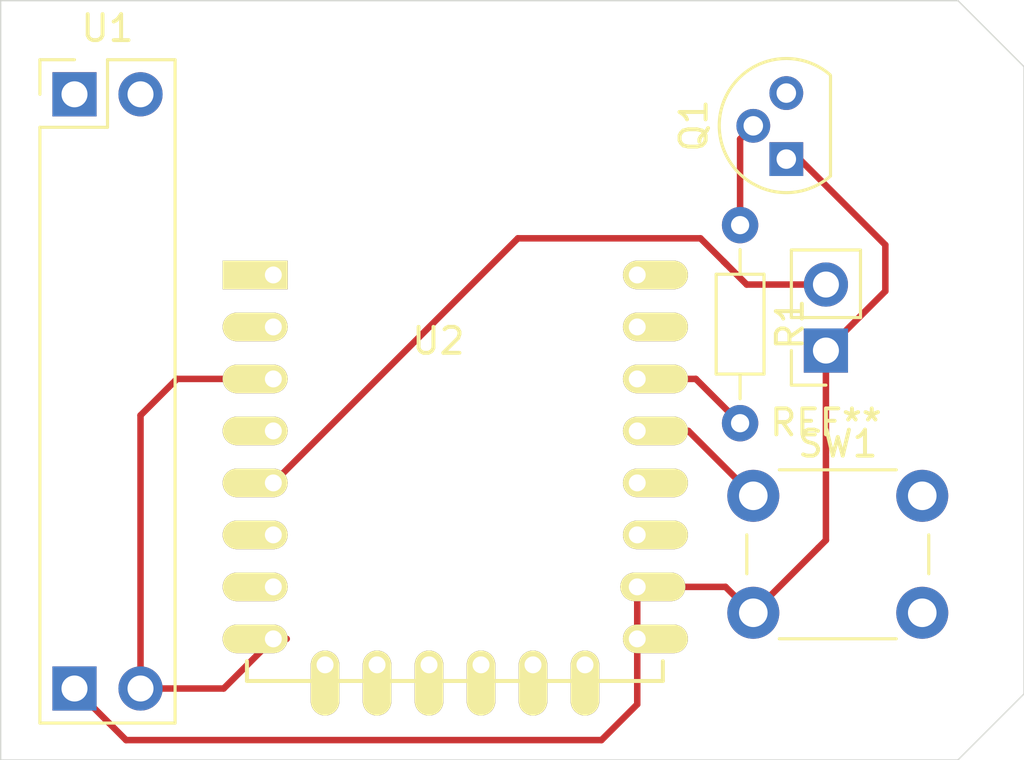
<source format=kicad_pcb>
(kicad_pcb (version 20171130) (host pcbnew "(5.1.6)-1")

  (general
    (thickness 1.6)
    (drawings 6)
    (tracks 33)
    (zones 0)
    (modules 6)
    (nets 24)
  )

  (page A4)
  (title_block
    (title "Phone light switch")
    (date 2020-07-30)
    (rev 1)
    (comment 1 "Jakub Górski")
    (comment 2 "1 relay ")
    (comment 3 "0 sensors")
  )

  (layers
    (0 F.Cu signal)
    (31 B.Cu signal)
    (32 B.Adhes user)
    (33 F.Adhes user)
    (34 B.Paste user)
    (35 F.Paste user)
    (36 B.SilkS user)
    (37 F.SilkS user)
    (38 B.Mask user)
    (39 F.Mask user)
    (40 Dwgs.User user)
    (41 Cmts.User user)
    (42 Eco1.User user)
    (43 Eco2.User user)
    (44 Edge.Cuts user)
    (45 Margin user)
    (46 B.CrtYd user)
    (47 F.CrtYd user)
    (48 B.Fab user)
    (49 F.Fab user)
  )

  (setup
    (last_trace_width 0.25)
    (trace_clearance 0.2)
    (zone_clearance 0.508)
    (zone_45_only no)
    (trace_min 0.2)
    (via_size 0.8)
    (via_drill 0.4)
    (via_min_size 0.4)
    (via_min_drill 0.3)
    (uvia_size 0.3)
    (uvia_drill 0.1)
    (uvias_allowed no)
    (uvia_min_size 0.2)
    (uvia_min_drill 0.1)
    (edge_width 0.05)
    (segment_width 0.2)
    (pcb_text_width 0.3)
    (pcb_text_size 1.5 1.5)
    (mod_edge_width 0.12)
    (mod_text_size 1 1)
    (mod_text_width 0.15)
    (pad_size 1.7 1.7)
    (pad_drill 1)
    (pad_to_mask_clearance 0.05)
    (aux_axis_origin 0 0)
    (visible_elements 7FFFFFFF)
    (pcbplotparams
      (layerselection 0x010f0_ffffffff)
      (usegerberextensions false)
      (usegerberattributes true)
      (usegerberadvancedattributes true)
      (creategerberjobfile true)
      (excludeedgelayer true)
      (linewidth 0.100000)
      (plotframeref false)
      (viasonmask false)
      (mode 1)
      (useauxorigin false)
      (hpglpennumber 1)
      (hpglpenspeed 20)
      (hpglpendiameter 15.000000)
      (psnegative false)
      (psa4output false)
      (plotreference true)
      (plotvalue false)
      (plotinvisibletext false)
      (padsonsilk true)
      (subtractmaskfromsilk false)
      (outputformat 1)
      (mirror false)
      (drillshape 0)
      (scaleselection 1)
      (outputdirectory ""))
  )

  (net 0 "")
  (net 1 "Net-(Q1-Pad1)")
  (net 2 "Net-(Q1-Pad2)")
  (net 3 "Net-(Q1-Pad3)")
  (net 4 "Net-(R1-Pad2)")
  (net 5 "Net-(SW1-Pad1)")
  (net 6 "Net-(SW2-Pad1)")
  (net 7 +5V)
  (net 8 "Net-(U1-Pad3)")
  (net 9 "Net-(U2-Pad1)")
  (net 10 "Net-(U2-Pad2)")
  (net 11 "Net-(U2-Pad4)")
  (net 12 "Net-(U2-Pad6)")
  (net 13 "Net-(U2-Pad7)")
  (net 14 "Net-(U2-Pad9)")
  (net 15 "Net-(U2-Pad10)")
  (net 16 "Net-(U2-Pad11)")
  (net 17 "Net-(U2-Pad12)")
  (net 18 "Net-(U2-Pad13)")
  (net 19 "Net-(U2-Pad14)")
  (net 20 "Net-(U2-Pad17)")
  (net 21 "Net-(U2-Pad18)")
  (net 22 "Net-(U2-Pad21)")
  (net 23 "Net-(U2-Pad22)")

  (net_class Default "This is the default net class."
    (clearance 0.2)
    (trace_width 0.25)
    (via_dia 0.8)
    (via_drill 0.4)
    (uvia_dia 0.3)
    (uvia_drill 0.1)
    (add_net +5V)
    (add_net "Net-(Q1-Pad1)")
    (add_net "Net-(Q1-Pad2)")
    (add_net "Net-(Q1-Pad3)")
    (add_net "Net-(R1-Pad2)")
    (add_net "Net-(SW1-Pad1)")
    (add_net "Net-(SW2-Pad1)")
    (add_net "Net-(U1-Pad3)")
    (add_net "Net-(U2-Pad1)")
    (add_net "Net-(U2-Pad10)")
    (add_net "Net-(U2-Pad11)")
    (add_net "Net-(U2-Pad12)")
    (add_net "Net-(U2-Pad13)")
    (add_net "Net-(U2-Pad14)")
    (add_net "Net-(U2-Pad17)")
    (add_net "Net-(U2-Pad18)")
    (add_net "Net-(U2-Pad2)")
    (add_net "Net-(U2-Pad21)")
    (add_net "Net-(U2-Pad22)")
    (add_net "Net-(U2-Pad4)")
    (add_net "Net-(U2-Pad6)")
    (add_net "Net-(U2-Pad7)")
    (add_net "Net-(U2-Pad9)")
  )

  (module Connector_PinSocket_2.54mm:PinSocket_1x02_P2.54mm_Vertical (layer F.Cu) (tedit 5F3A9157) (tstamp 5F3ADF39)
    (at 66.802 34.798 180)
    (descr "Through hole straight socket strip, 1x02, 2.54mm pitch, single row (from Kicad 4.0.7), script generated")
    (tags "Through hole socket strip THT 1x02 2.54mm single row")
    (fp_text reference REF** (at 0 -2.77) (layer F.SilkS)
      (effects (font (size 1 1) (thickness 0.15)))
    )
    (fp_text value Button (at 0 5.31) (layer F.Fab) hide
      (effects (font (size 1 1) (thickness 0.15)))
    )
    (fp_line (start -1.8 4.3) (end -1.8 -1.8) (layer F.CrtYd) (width 0.05))
    (fp_line (start 1.75 4.3) (end -1.8 4.3) (layer F.CrtYd) (width 0.05))
    (fp_line (start 1.75 -1.8) (end 1.75 4.3) (layer F.CrtYd) (width 0.05))
    (fp_line (start -1.8 -1.8) (end 1.75 -1.8) (layer F.CrtYd) (width 0.05))
    (fp_line (start 0 -1.33) (end 1.33 -1.33) (layer F.SilkS) (width 0.12))
    (fp_line (start 1.33 -1.33) (end 1.33 0) (layer F.SilkS) (width 0.12))
    (fp_line (start 1.33 1.27) (end 1.33 3.87) (layer F.SilkS) (width 0.12))
    (fp_line (start -1.33 3.87) (end 1.33 3.87) (layer F.SilkS) (width 0.12))
    (fp_line (start -1.33 1.27) (end -1.33 3.87) (layer F.SilkS) (width 0.12))
    (fp_line (start -1.33 1.27) (end 1.33 1.27) (layer F.SilkS) (width 0.12))
    (fp_line (start -1.27 3.81) (end -1.27 -1.27) (layer F.Fab) (width 0.1))
    (fp_line (start 1.27 3.81) (end -1.27 3.81) (layer F.Fab) (width 0.1))
    (fp_line (start 1.27 -0.635) (end 1.27 3.81) (layer F.Fab) (width 0.1))
    (fp_line (start 0.635 -1.27) (end 1.27 -0.635) (layer F.Fab) (width 0.1))
    (fp_line (start -1.27 -1.27) (end 0.635 -1.27) (layer F.Fab) (width 0.1))
    (fp_text user %R (at 0 1.27 90) (layer F.Fab)
      (effects (font (size 1 1) (thickness 0.15)))
    )
    (pad 2 thru_hole oval (at 0 2.54 180) (size 1.7 1.7) (drill 1) (layers *.Cu *.Mask)
      (net 6 "Net-(SW2-Pad1)"))
    (pad 1 thru_hole rect (at 0 0 180) (size 1.7 1.7) (drill 1) (layers *.Cu *.Mask)
      (net 1 "Net-(Q1-Pad1)"))
    (model ${KISYS3DMOD}/Connector_PinSocket_2.54mm.3dshapes/PinSocket_1x02_P2.54mm_Vertical.wrl
      (at (xyz 0 0 0))
      (scale (xyz 1 1 1))
      (rotate (xyz 0 0 0))
    )
  )

  (module Package_TO_SOT_THT:TO-92L (layer F.Cu) (tedit 5A27966C) (tstamp 5F233814)
    (at 65.278 27.432 90)
    (descr "TO-92L leads in-line (large body variant of TO-92), also known as TO-226, wide, drill 0.75mm (see https://www.diodes.com/assets/Package-Files/TO92L.pdf and http://www.ti.com/lit/an/snoa059/snoa059.pdf)")
    (tags "TO-92L Molded Narrow transistor")
    (path /5F24A951)
    (fp_text reference Q1 (at 1.29 -3.56 90) (layer F.SilkS)
      (effects (font (size 1 1) (thickness 0.15)))
    )
    (fp_text value 2N2222 (at 1.29 2.79 90) (layer F.Fab)
      (effects (font (size 1 1) (thickness 0.15)))
    )
    (fp_line (start 4.05 1.85) (end -1.45 1.85) (layer F.CrtYd) (width 0.05))
    (fp_line (start 4.05 1.85) (end 4.05 -2.75) (layer F.CrtYd) (width 0.05))
    (fp_line (start -1.45 -2.75) (end -1.45 1.85) (layer F.CrtYd) (width 0.05))
    (fp_line (start -1.45 -2.75) (end 4.05 -2.75) (layer F.CrtYd) (width 0.05))
    (fp_line (start -0.6 1.6) (end 3.15 1.6) (layer F.Fab) (width 0.1))
    (fp_line (start -0.65 1.7) (end 3.2 1.7) (layer F.SilkS) (width 0.12))
    (fp_text user %R (at 1.29 -3.56 90) (layer F.Fab)
      (effects (font (size 1 1) (thickness 0.15)))
    )
    (fp_arc (start 1.29 0) (end -0.65 1.7) (angle 262.164354) (layer F.SilkS) (width 0.12))
    (fp_arc (start 1.29 0) (end 1.29 -2.48) (angle 129.9527847) (layer F.Fab) (width 0.1))
    (fp_arc (start 1.29 0) (end 1.29 -2.48) (angle -130.2499344) (layer F.Fab) (width 0.1))
    (pad 2 thru_hole circle (at 1.28 -1.27 180) (size 1.3 1.3) (drill 0.75) (layers *.Cu *.Mask)
      (net 2 "Net-(Q1-Pad2)"))
    (pad 3 thru_hole circle (at 2.54 0 180) (size 1.3 1.3) (drill 0.75) (layers *.Cu *.Mask)
      (net 3 "Net-(Q1-Pad3)"))
    (pad 1 thru_hole rect (at 0 0 180) (size 1.3 1.3) (drill 0.75) (layers *.Cu *.Mask)
      (net 1 "Net-(Q1-Pad1)"))
    (model ${KISYS3DMOD}/Package_TO_SOT_THT.3dshapes/TO-92L.wrl
      (at (xyz 0 0 0))
      (scale (xyz 1 1 1))
      (rotate (xyz 0 0 0))
    )
  )

  (module Resistor_THT:R_Axial_DIN0204_L3.6mm_D1.6mm_P7.62mm_Horizontal (layer F.Cu) (tedit 5AE5139B) (tstamp 5F23382B)
    (at 63.5 29.972 270)
    (descr "Resistor, Axial_DIN0204 series, Axial, Horizontal, pin pitch=7.62mm, 0.167W, length*diameter=3.6*1.6mm^2, http://cdn-reichelt.de/documents/datenblatt/B400/1_4W%23YAG.pdf")
    (tags "Resistor Axial_DIN0204 series Axial Horizontal pin pitch 7.62mm 0.167W length 3.6mm diameter 1.6mm")
    (path /5F24B4F4)
    (fp_text reference R1 (at 3.81 -1.92 90) (layer F.SilkS)
      (effects (font (size 1 1) (thickness 0.15)))
    )
    (fp_text value 4k7 (at 3.81 1.92 90) (layer F.Fab)
      (effects (font (size 1 1) (thickness 0.15)))
    )
    (fp_line (start 8.57 -1.05) (end -0.95 -1.05) (layer F.CrtYd) (width 0.05))
    (fp_line (start 8.57 1.05) (end 8.57 -1.05) (layer F.CrtYd) (width 0.05))
    (fp_line (start -0.95 1.05) (end 8.57 1.05) (layer F.CrtYd) (width 0.05))
    (fp_line (start -0.95 -1.05) (end -0.95 1.05) (layer F.CrtYd) (width 0.05))
    (fp_line (start 6.68 0) (end 5.73 0) (layer F.SilkS) (width 0.12))
    (fp_line (start 0.94 0) (end 1.89 0) (layer F.SilkS) (width 0.12))
    (fp_line (start 5.73 -0.92) (end 1.89 -0.92) (layer F.SilkS) (width 0.12))
    (fp_line (start 5.73 0.92) (end 5.73 -0.92) (layer F.SilkS) (width 0.12))
    (fp_line (start 1.89 0.92) (end 5.73 0.92) (layer F.SilkS) (width 0.12))
    (fp_line (start 1.89 -0.92) (end 1.89 0.92) (layer F.SilkS) (width 0.12))
    (fp_line (start 7.62 0) (end 5.61 0) (layer F.Fab) (width 0.1))
    (fp_line (start 0 0) (end 2.01 0) (layer F.Fab) (width 0.1))
    (fp_line (start 5.61 -0.8) (end 2.01 -0.8) (layer F.Fab) (width 0.1))
    (fp_line (start 5.61 0.8) (end 5.61 -0.8) (layer F.Fab) (width 0.1))
    (fp_line (start 2.01 0.8) (end 5.61 0.8) (layer F.Fab) (width 0.1))
    (fp_line (start 2.01 -0.8) (end 2.01 0.8) (layer F.Fab) (width 0.1))
    (fp_text user %R (at 3.81 0 90) (layer F.Fab)
      (effects (font (size 0.72 0.72) (thickness 0.108)))
    )
    (pad 1 thru_hole circle (at 0 0 270) (size 1.4 1.4) (drill 0.7) (layers *.Cu *.Mask)
      (net 2 "Net-(Q1-Pad2)"))
    (pad 2 thru_hole oval (at 7.62 0 270) (size 1.4 1.4) (drill 0.7) (layers *.Cu *.Mask)
      (net 4 "Net-(R1-Pad2)"))
    (model ${KISYS3DMOD}/Resistor_THT.3dshapes/R_Axial_DIN0204_L3.6mm_D1.6mm_P7.62mm_Horizontal.wrl
      (at (xyz 0 0 0))
      (scale (xyz 1 1 1))
      (rotate (xyz 0 0 0))
    )
  )

  (module Button_Switch_THT:SW_PUSH_6mm (layer F.Cu) (tedit 5F22A440) (tstamp 5F23384A)
    (at 64.008 40.386)
    (descr https://www.omron.com/ecb/products/pdf/en-b3f.pdf)
    (tags "tact sw push 6mm")
    (path /5F24E952)
    (fp_text reference SW1 (at 3.25 -2) (layer F.SilkS)
      (effects (font (size 1 1) (thickness 0.15)))
    )
    (fp_text value SW_Push (at 3.75 6.7) (layer F.Fab)
      (effects (font (size 1 1) (thickness 0.15)))
    )
    (fp_circle (center 3.25 2.25) (end 1.25 2.5) (layer F.Fab) (width 0.1))
    (fp_line (start 6.75 3) (end 6.75 1.5) (layer F.SilkS) (width 0.12))
    (fp_line (start 5.5 -1) (end 1 -1) (layer F.SilkS) (width 0.12))
    (fp_line (start -0.25 1.5) (end -0.25 3) (layer F.SilkS) (width 0.12))
    (fp_line (start 1 5.5) (end 5.5 5.5) (layer F.SilkS) (width 0.12))
    (fp_line (start 8 -1.25) (end 8 5.75) (layer F.CrtYd) (width 0.05))
    (fp_line (start 7.75 6) (end -1.25 6) (layer F.CrtYd) (width 0.05))
    (fp_line (start -1.5 5.75) (end -1.5 -1.25) (layer F.CrtYd) (width 0.05))
    (fp_line (start -1.25 -1.5) (end 7.75 -1.5) (layer F.CrtYd) (width 0.05))
    (fp_line (start -1.5 6) (end -1.25 6) (layer F.CrtYd) (width 0.05))
    (fp_line (start -1.5 5.75) (end -1.5 6) (layer F.CrtYd) (width 0.05))
    (fp_line (start -1.5 -1.5) (end -1.25 -1.5) (layer F.CrtYd) (width 0.05))
    (fp_line (start -1.5 -1.25) (end -1.5 -1.5) (layer F.CrtYd) (width 0.05))
    (fp_line (start 8 -1.5) (end 8 -1.25) (layer F.CrtYd) (width 0.05))
    (fp_line (start 7.75 -1.5) (end 8 -1.5) (layer F.CrtYd) (width 0.05))
    (fp_line (start 8 6) (end 8 5.75) (layer F.CrtYd) (width 0.05))
    (fp_line (start 7.75 6) (end 8 6) (layer F.CrtYd) (width 0.05))
    (fp_line (start 0.25 -0.75) (end 3.25 -0.75) (layer F.Fab) (width 0.1))
    (fp_line (start 0.25 5.25) (end 0.25 -0.75) (layer F.Fab) (width 0.1))
    (fp_line (start 6.25 5.25) (end 0.25 5.25) (layer F.Fab) (width 0.1))
    (fp_line (start 6.25 -0.75) (end 6.25 5.25) (layer F.Fab) (width 0.1))
    (fp_line (start 3.25 -0.75) (end 6.25 -0.75) (layer F.Fab) (width 0.1))
    (fp_text user %R (at 3.25 2.25) (layer F.Fab)
      (effects (font (size 1 1) (thickness 0.15)))
    )
    (pad 2 thru_hole circle (at 0 4.5 90) (size 2 2) (drill 1.1) (layers *.Cu *.Mask)
      (net 1 "Net-(Q1-Pad1)"))
    (pad 1 thru_hole circle (at 0 0 90) (size 2 2) (drill 1.1) (layers *.Cu *.Mask)
      (net 5 "Net-(SW1-Pad1)"))
    (pad 2 thru_hole circle (at 6.5 4.5 90) (size 2 2) (drill 1.1) (layers *.Cu *.Mask))
    (pad 1 thru_hole circle (at 6.5 0 90) (size 2 2) (drill 1.1) (layers *.Cu *.Mask))
    (model ${KISYS3DMOD}/Button_Switch_THT.3dshapes/SW_PUSH_6mm.wrl
      (at (xyz 0 0 0))
      (scale (xyz 1 1 1))
      (rotate (xyz 0 0 0))
    )
  )

  (module "Arduino Relay:5v to 3.3v" (layer F.Cu) (tedit 5F22A447) (tstamp 5F233882)
    (at 39.163001 36.369001)
    (path /5F26DFC1)
    (fp_text reference U1 (at 0 -13.97) (layer F.SilkS)
      (effects (font (size 1 1) (thickness 0.15)))
    )
    (fp_text value "5v to 3.3v" (at -0.047001 -0.047001 90) (layer F.Fab)
      (effects (font (size 1 1) (thickness 0.15)))
    )
    (fp_line (start -1.27 -12.7) (end 2.54 -12.7) (layer F.Fab) (width 0.1))
    (fp_line (start 3.08 -13.23) (end -3.07 -13.23) (layer F.CrtYd) (width 0.05))
    (fp_line (start -2.6 -12.76) (end -1.27 -12.76) (layer F.SilkS) (width 0.12))
    (fp_line (start 0 -10.16) (end 0 -12.76) (layer F.SilkS) (width 0.12))
    (fp_line (start 3.08 13.22) (end 3.08 -13.23) (layer F.CrtYd) (width 0.05))
    (fp_line (start -2.6 -11.43) (end -2.6 -12.76) (layer F.SilkS) (width 0.12))
    (fp_line (start 2.54 -12.7) (end 2.54 12.7) (layer F.Fab) (width 0.1))
    (fp_line (start -3.07 -13.23) (end -3.07 13.22) (layer F.CrtYd) (width 0.05))
    (fp_line (start -2.54 -11.43) (end -1.27 -12.7) (layer F.Fab) (width 0.1))
    (fp_line (start 0 -12.76) (end 2.6 -12.76) (layer F.SilkS) (width 0.12))
    (fp_line (start -3.07 13.22) (end 3.08 13.22) (layer F.CrtYd) (width 0.05))
    (fp_line (start -2.6 -10.16) (end -2.6 12.76) (layer F.SilkS) (width 0.12))
    (fp_line (start -2.6 -10.16) (end 0 -10.16) (layer F.SilkS) (width 0.12))
    (fp_line (start 2.6 -12.76) (end 2.6 12.76) (layer F.SilkS) (width 0.12))
    (fp_line (start 2.54 12.7) (end -2.54 12.7) (layer F.Fab) (width 0.1))
    (fp_line (start -2.54 12.7) (end -2.54 -11.43) (layer F.Fab) (width 0.1))
    (fp_line (start -2.6 12.76) (end 2.6 12.76) (layer F.SilkS) (width 0.12))
    (pad 1 thru_hole rect (at -1.27 -11.43) (size 1.7 1.7) (drill 1) (layers *.Cu *.Mask))
    (pad 2 thru_hole oval (at 1.27 -11.43) (size 1.7 1.7) (drill 1) (layers *.Cu *.Mask)
      (net 7 +5V))
    (pad 3 thru_hole oval (at 1.27 11.43) (size 1.7 1.7) (drill 1) (layers *.Cu *.Mask)
      (net 8 "Net-(U1-Pad3)"))
    (pad 1 thru_hole rect (at -1.27 11.43) (size 1.7 1.7) (drill 1) (layers *.Cu *.Mask)
      (net 1 "Net-(Q1-Pad1)"))
  )

  (module ESP8266:ESP-12E (layer F.Cu) (tedit 5F22A2F5) (tstamp 5F2338B0)
    (at 45.543001 31.889001)
    (descr "Module, ESP-8266, ESP-12, 16 pad, SMD")
    (tags "Module ESP-8266 ESP8266")
    (path /5F273C9A)
    (fp_text reference U2 (at 6.35 2.54) (layer F.SilkS)
      (effects (font (size 1 1) (thickness 0.15)))
    )
    (fp_text value ESP-12E (at 6.35 6.35) (layer F.Fab) hide
      (effects (font (size 1 1) (thickness 0.15)))
    )
    (fp_line (start -2.25 -0.5) (end -2.25 -8.75) (layer F.CrtYd) (width 0.05))
    (fp_line (start -2.25 -8.75) (end 15.25 -8.75) (layer F.CrtYd) (width 0.05))
    (fp_line (start 15.25 -8.75) (end 16.25 -8.75) (layer F.CrtYd) (width 0.05))
    (fp_line (start 16.25 -8.75) (end 16.25 16) (layer F.CrtYd) (width 0.05))
    (fp_line (start 16.25 16) (end -2.25 16) (layer F.CrtYd) (width 0.05))
    (fp_line (start -2.25 16) (end -2.25 -0.5) (layer F.CrtYd) (width 0.05))
    (fp_line (start -1.016 -8.382) (end 14.986 -8.382) (layer F.CrtYd) (width 0.1524))
    (fp_line (start 14.986 -8.382) (end 14.986 -0.889) (layer F.CrtYd) (width 0.1524))
    (fp_line (start -1.016 -8.382) (end -1.016 -1.016) (layer F.CrtYd) (width 0.1524))
    (fp_line (start -1.016 14.859) (end -1.016 15.621) (layer F.SilkS) (width 0.1524))
    (fp_line (start -1.016 15.621) (end 14.986 15.621) (layer F.SilkS) (width 0.1524))
    (fp_line (start 14.986 15.621) (end 14.986 14.859) (layer F.SilkS) (width 0.1524))
    (fp_line (start 14.992 -8.4) (end -1.008 -2.6) (layer F.CrtYd) (width 0.1524))
    (fp_line (start -1.008 -8.4) (end 14.992 -2.6) (layer F.CrtYd) (width 0.1524))
    (fp_line (start -1.008 -2.6) (end 14.992 -2.6) (layer F.CrtYd) (width 0.1524))
    (fp_line (start 15 -8.4) (end 15 15.6) (layer F.Fab) (width 0.05))
    (fp_line (start 14.992 15.6) (end -1.008 15.6) (layer F.Fab) (width 0.05))
    (fp_line (start -1.008 15.6) (end -1.008 -8.4) (layer F.Fab) (width 0.05))
    (fp_line (start -1.008 -8.4) (end 14.992 -8.4) (layer F.Fab) (width 0.05))
    (fp_text user "No Copper" (at 6.892 -5.4) (layer F.CrtYd)
      (effects (font (size 1 1) (thickness 0.15)))
    )
    (pad 1 thru_hole rect (at 0 0) (size 2.5 1.1) (drill 0.65 (offset -0.7 0)) (layers *.Cu *.Mask F.SilkS)
      (net 9 "Net-(U2-Pad1)"))
    (pad 2 thru_hole oval (at 0 2) (size 2.5 1.1) (drill 0.65 (offset -0.7 0)) (layers *.Cu *.Mask F.SilkS)
      (net 10 "Net-(U2-Pad2)"))
    (pad 3 thru_hole oval (at 0 4) (size 2.5 1.1) (drill 0.65 (offset -0.7 0)) (layers *.Cu *.Mask F.SilkS)
      (net 8 "Net-(U1-Pad3)"))
    (pad 4 thru_hole oval (at 0 6) (size 2.5 1.1) (drill 0.65 (offset -0.7 0)) (layers *.Cu *.Mask F.SilkS)
      (net 11 "Net-(U2-Pad4)"))
    (pad 5 thru_hole oval (at 0 8) (size 2.5 1.1) (drill 0.65 (offset -0.7 0)) (layers *.Cu *.Mask F.SilkS)
      (net 6 "Net-(SW2-Pad1)"))
    (pad 6 thru_hole oval (at 0 10) (size 2.5 1.1) (drill 0.65 (offset -0.7 0)) (layers *.Cu *.Mask F.SilkS)
      (net 12 "Net-(U2-Pad6)"))
    (pad 7 thru_hole oval (at 0 12) (size 2.5 1.1) (drill 0.65 (offset -0.7 0)) (layers *.Cu *.Mask F.SilkS)
      (net 13 "Net-(U2-Pad7)"))
    (pad 8 thru_hole oval (at 0 14) (size 2.5 1.1) (drill 0.65 (offset -0.7 0)) (layers *.Cu *.Mask F.SilkS)
      (net 8 "Net-(U1-Pad3)"))
    (pad 15 thru_hole oval (at 14 14) (size 2.5 1.1) (drill 0.65 (offset 0.7 0)) (layers *.Cu *.Mask F.SilkS)
      (net 1 "Net-(Q1-Pad1)"))
    (pad 16 thru_hole oval (at 14 12) (size 2.5 1.1) (drill 0.65 (offset 0.6 0)) (layers *.Cu *.Mask F.SilkS)
      (net 1 "Net-(Q1-Pad1)"))
    (pad 17 thru_hole oval (at 14 10) (size 2.5 1.1) (drill 0.65 (offset 0.7 0)) (layers *.Cu *.Mask F.SilkS)
      (net 20 "Net-(U2-Pad17)"))
    (pad 18 thru_hole oval (at 14 8) (size 2.5 1.1) (drill 0.65 (offset 0.7 0)) (layers *.Cu *.Mask F.SilkS)
      (net 21 "Net-(U2-Pad18)"))
    (pad 19 thru_hole oval (at 14 6) (size 2.5 1.1) (drill 0.65 (offset 0.7 0)) (layers *.Cu *.Mask F.SilkS)
      (net 5 "Net-(SW1-Pad1)"))
    (pad 20 thru_hole oval (at 14 4) (size 2.5 1.1) (drill 0.65 (offset 0.7 0)) (layers *.Cu *.Mask F.SilkS)
      (net 4 "Net-(R1-Pad2)"))
    (pad 21 thru_hole oval (at 14 2) (size 2.5 1.1) (drill 0.65 (offset 0.7 0)) (layers *.Cu *.Mask F.SilkS)
      (net 22 "Net-(U2-Pad21)"))
    (pad 22 thru_hole oval (at 14 0) (size 2.5 1.1) (drill 0.65 (offset 0.7 0)) (layers *.Cu *.Mask F.SilkS)
      (net 23 "Net-(U2-Pad22)"))
    (pad 9 thru_hole oval (at 1.99 15 90) (size 2.5 1.1) (drill 0.65 (offset -0.7 0)) (layers *.Cu *.Mask F.SilkS)
      (net 14 "Net-(U2-Pad9)"))
    (pad 10 thru_hole oval (at 3.99 15 90) (size 2.5 1.1) (drill 0.65 (offset -0.7 0)) (layers *.Cu *.Mask F.SilkS)
      (net 15 "Net-(U2-Pad10)"))
    (pad 11 thru_hole oval (at 5.99 15 90) (size 2.5 1.1) (drill 0.65 (offset -0.7 0)) (layers *.Cu *.Mask F.SilkS)
      (net 16 "Net-(U2-Pad11)"))
    (pad 12 thru_hole oval (at 7.99 15 90) (size 2.5 1.1) (drill 0.65 (offset -0.7 0)) (layers *.Cu *.Mask F.SilkS)
      (net 17 "Net-(U2-Pad12)"))
    (pad 13 thru_hole oval (at 9.99 15 90) (size 2.5 1.1) (drill 0.65 (offset -0.7 0)) (layers *.Cu *.Mask F.SilkS)
      (net 18 "Net-(U2-Pad13)"))
    (pad 14 thru_hole oval (at 11.99 15 90) (size 2.5 1.1) (drill 0.65 (offset -0.7 0)) (layers *.Cu *.Mask F.SilkS)
      (net 19 "Net-(U2-Pad14)"))
    (model ${ESPLIB}/ESP8266.3dshapes/ESP-12E.wrl
      (at (xyz 0 0 0))
      (scale (xyz 0.3937 0.3937 0.3937))
      (rotate (xyz 0 0 0))
    )
  )

  (gr_line (start 74.422 48.006) (end 74.422 23.876) (layer Edge.Cuts) (width 0.05))
  (gr_line (start 71.882 21.336) (end 74.422 23.876) (layer Edge.Cuts) (width 0.05))
  (gr_line (start 71.882 50.546) (end 74.422 48.006) (layer Edge.Cuts) (width 0.05))
  (gr_line (start 35.052 50.546) (end 35.052 21.336) (layer Edge.Cuts) (width 0.05))
  (gr_line (start 71.882 50.546) (end 35.052 50.546) (layer Edge.Cuts) (width 0.05))
  (gr_line (start 35.052 21.336) (end 71.882 21.336) (layer Edge.Cuts) (width 0.05))

  (segment (start 64.008 44.886) (end 63.936 44.886) (width 0.25) (layer F.Cu) (net 1))
  (segment (start 62.939001 43.889001) (end 59.543001 43.889001) (width 0.25) (layer F.Cu) (net 1))
  (segment (start 63.936 44.886) (end 62.939001 43.889001) (width 0.25) (layer F.Cu) (net 1))
  (segment (start 59.543001 43.889001) (end 59.543001 45.889001) (width 0.25) (layer F.Cu) (net 1))
  (segment (start 59.543001 45.889001) (end 59.543001 48.406999) (width 0.25) (layer F.Cu) (net 1))
  (segment (start 59.543001 48.406999) (end 58.166 49.784) (width 0.25) (layer F.Cu) (net 1))
  (segment (start 39.878 49.784) (end 37.893001 47.799001) (width 0.25) (layer F.Cu) (net 1))
  (segment (start 58.166 49.784) (end 39.878 49.784) (width 0.25) (layer F.Cu) (net 1))
  (segment (start 66.802 42.092) (end 66.512 42.382) (width 0.25) (layer F.Cu) (net 1))
  (segment (start 66.802 34.798) (end 66.802 42.092) (width 0.25) (layer F.Cu) (net 1))
  (segment (start 66.512 42.382) (end 64.008 44.886) (width 0.25) (layer F.Cu) (net 1))
  (segment (start 65.278 27.432) (end 65.786 27.432) (width 0.25) (layer F.Cu) (net 1))
  (segment (start 65.786 27.432) (end 69.088 30.734) (width 0.25) (layer F.Cu) (net 1))
  (segment (start 69.088 32.512) (end 66.802 34.798) (width 0.25) (layer F.Cu) (net 1))
  (segment (start 69.088 30.734) (end 69.088 32.512) (width 0.25) (layer F.Cu) (net 1))
  (segment (start 63.5 26.66) (end 64.008 26.152) (width 0.25) (layer F.Cu) (net 2))
  (segment (start 63.5 29.972) (end 63.5 26.66) (width 0.25) (layer F.Cu) (net 2))
  (segment (start 61.797001 35.889001) (end 59.543001 35.889001) (width 0.25) (layer F.Cu) (net 4))
  (segment (start 63.5 37.592) (end 61.797001 35.889001) (width 0.25) (layer F.Cu) (net 4))
  (segment (start 61.511001 37.889001) (end 59.543001 37.889001) (width 0.25) (layer F.Cu) (net 5))
  (segment (start 64.008 40.386) (end 61.511001 37.889001) (width 0.25) (layer F.Cu) (net 5))
  (segment (start 54.952002 30.48) (end 45.543001 39.889001) (width 0.25) (layer F.Cu) (net 6))
  (segment (start 61.976 30.48) (end 54.952002 30.48) (width 0.25) (layer F.Cu) (net 6))
  (segment (start 66.802 32.258) (end 63.754 32.258) (width 0.25) (layer F.Cu) (net 6))
  (segment (start 62.992 31.496) (end 62.865 31.369) (width 0.25) (layer F.Cu) (net 6))
  (segment (start 63.754 32.258) (end 62.865 31.369) (width 0.25) (layer F.Cu) (net 6))
  (segment (start 62.865 31.369) (end 61.976 30.48) (width 0.25) (layer F.Cu) (net 6))
  (segment (start 43.633001 47.799001) (end 45.543001 45.889001) (width 0.25) (layer F.Cu) (net 8))
  (segment (start 40.433001 47.799001) (end 43.633001 47.799001) (width 0.25) (layer F.Cu) (net 8))
  (segment (start 45.543001 45.889001) (end 46.058999 45.889001) (width 0.25) (layer F.Cu) (net 8))
  (segment (start 40.433001 47.799001) (end 40.433001 37.290999) (width 0.25) (layer F.Cu) (net 8))
  (segment (start 41.834999 35.889001) (end 45.543001 35.889001) (width 0.25) (layer F.Cu) (net 8))
  (segment (start 40.433001 37.290999) (end 41.834999 35.889001) (width 0.25) (layer F.Cu) (net 8))

)

</source>
